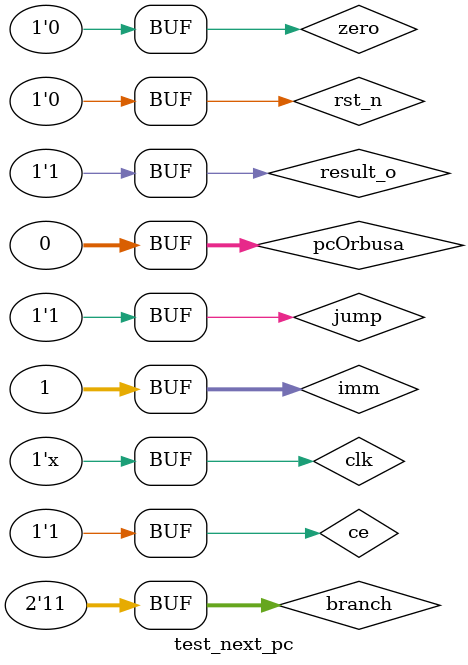
<source format=v>
`timescale 1ns / 1ps


module test_next_pc;   
    reg           ce;
    reg [31:0]    pcOrbusa;
    reg [31:0]    imm;
    reg [1:0]     branch;
    reg           result_o;  // ×îµÍÎ»ÊÇÅÐ¶Ï½á¹û
    reg           zero;
    reg           jump;
    wire [31:0]    next_pc;
    reg clk;
    reg rst_n;
    
    initial begin
        clk = 0;
        ce = 1;
        rst_n = 0;
        #100
        pcOrbusa = 32'b0;
        imm = 32'b1;
        jump = 1'b0;
        branch = 2'b00;
        result_o = 1'b0;
        zero = 1'b1;
        #100
        branch = 2'b01;
        zero = 1'b1;
        #100
        branch = 2'b10;
        zero = 1'b0;
        #100
        branch = 2'b11;
        result_o = 1'b0;
        #100
        branch = 2'b11;
        result_o = 1'b1;
        #100
        jump = 1'b1;
    end
    always #100 clk = ~clk;
    next_pc next_pc0(
            .pcOrbusa(pcOrbusa),
            .imm(imm),
            .branch(branch),
            .result_o(result_o),
            .zero(zero),
            .jump(jump),
            .next_pc(next_pc)
            );
    
endmodule

</source>
